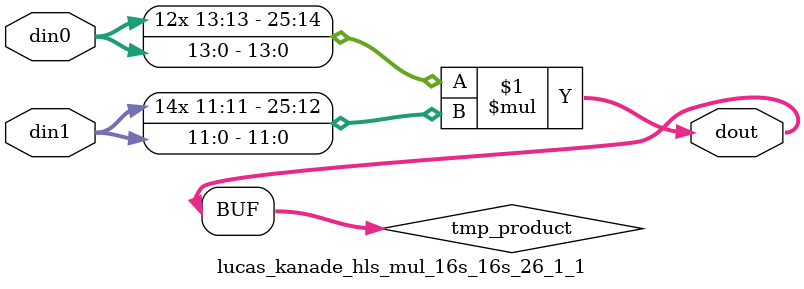
<source format=v>

`timescale 1 ns / 1 ps

 (* DowngradeIPIdentifiedWarnings="yes" *) module lucas_kanade_hls_mul_16s_16s_26_1_1(din0, din1, dout);
parameter ID = 1;
parameter NUM_STAGE = 0;
parameter din0_WIDTH = 14;
parameter din1_WIDTH = 12;
parameter dout_WIDTH = 26;

input [din0_WIDTH - 1 : 0] din0; 
input [din1_WIDTH - 1 : 0] din1; 
output [dout_WIDTH - 1 : 0] dout;

wire signed [dout_WIDTH - 1 : 0] tmp_product;



























assign tmp_product = $signed(din0) * $signed(din1);








assign dout = tmp_product;





















endmodule

</source>
